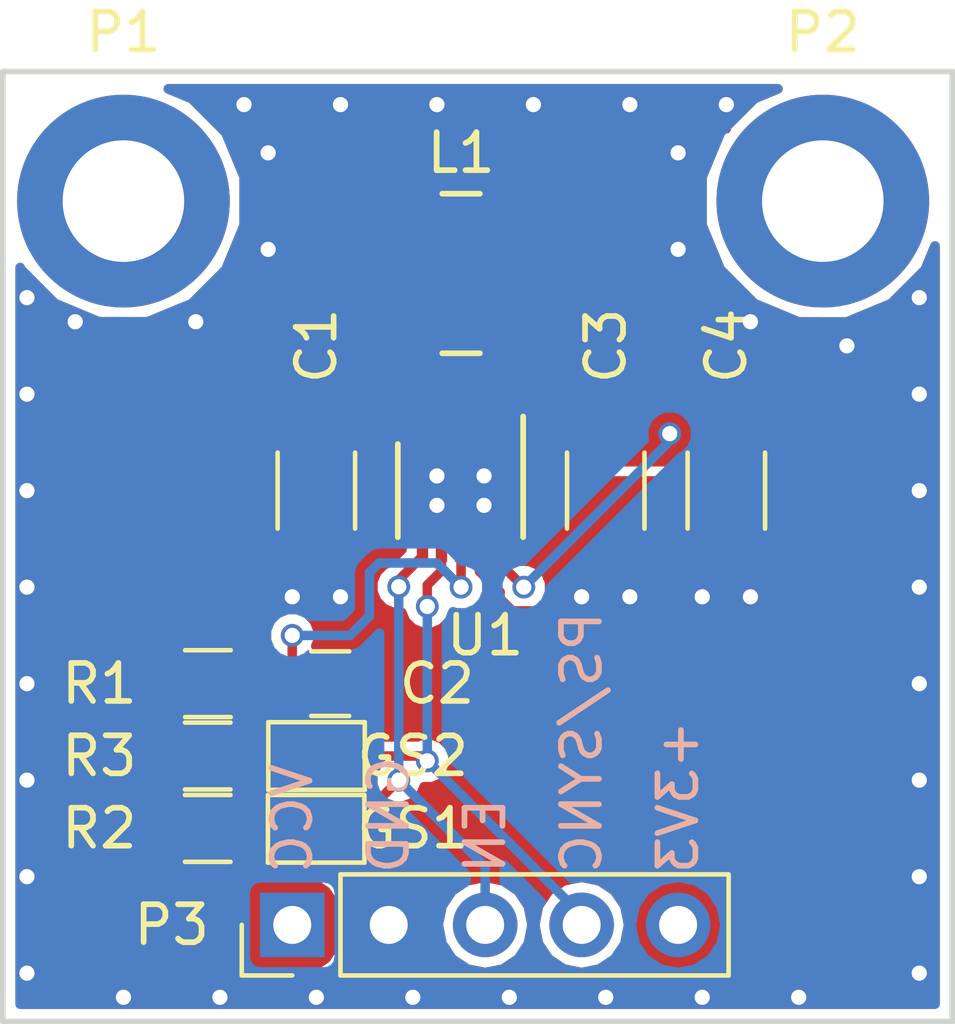
<source format=kicad_pcb>
(kicad_pcb (version 4) (host pcbnew 4.0.5)

  (general
    (links 29)
    (no_connects 12)
    (area 89.924999 104.924999 115.075001 130.075001)
    (thickness 1.6)
    (drawings 9)
    (tracks 188)
    (zones 0)
    (modules 14)
    (nets 13)
  )

  (page A4)
  (layers
    (0 F.Cu signal)
    (31 B.Cu signal)
    (32 B.Adhes user)
    (33 F.Adhes user)
    (34 B.Paste user)
    (35 F.Paste user)
    (36 B.SilkS user)
    (37 F.SilkS user)
    (38 B.Mask user)
    (39 F.Mask user)
    (40 Dwgs.User user)
    (41 Cmts.User user)
    (42 Eco1.User user)
    (43 Eco2.User user)
    (44 Edge.Cuts user)
    (45 Margin user)
    (46 B.CrtYd user)
    (47 F.CrtYd user)
    (48 B.Fab user)
    (49 F.Fab user hide)
  )

  (setup
    (last_trace_width 0.25)
    (trace_clearance 0.2)
    (zone_clearance 0.254)
    (zone_45_only no)
    (trace_min 0.2)
    (segment_width 0.2)
    (edge_width 0.15)
    (via_size 0.6)
    (via_drill 0.4)
    (via_min_size 0.4)
    (via_min_drill 0.3)
    (uvia_size 0.3)
    (uvia_drill 0.1)
    (uvias_allowed no)
    (uvia_min_size 0.2)
    (uvia_min_drill 0.1)
    (pcb_text_width 0.3)
    (pcb_text_size 1.5 1.5)
    (mod_edge_width 0.15)
    (mod_text_size 1 1)
    (mod_text_width 0.15)
    (pad_size 1.524 1.524)
    (pad_drill 0.762)
    (pad_to_mask_clearance 0.2)
    (aux_axis_origin 90 130)
    (grid_origin 90 130)
    (visible_elements FFFFFF7F)
    (pcbplotparams
      (layerselection 0x00030_80000001)
      (usegerberextensions false)
      (excludeedgelayer true)
      (linewidth 0.100000)
      (plotframeref false)
      (viasonmask false)
      (mode 1)
      (useauxorigin false)
      (hpglpennumber 1)
      (hpglpenspeed 20)
      (hpglpendiameter 15)
      (hpglpenoverlay 2)
      (psnegative false)
      (psa4output false)
      (plotreference true)
      (plotvalue true)
      (plotinvisibletext false)
      (padsonsilk false)
      (subtractmaskfromsilk false)
      (outputformat 1)
      (mirror false)
      (drillshape 1)
      (scaleselection 1)
      (outputdirectory ""))
  )

  (net 0 "")
  (net 1 VCC)
  (net 2 GND)
  (net 3 "Net-(C2-Pad1)")
  (net 4 +3V3)
  (net 5 "Net-(L1-Pad1)")
  (net 6 "Net-(L1-Pad2)")
  (net 7 "Net-(P1-Pad1)")
  (net 8 "Net-(P2-Pad1)")
  (net 9 /EN)
  (net 10 /PS/SYNC)
  (net 11 "Net-(GS1-Pad1)")
  (net 12 "Net-(GS2-Pad1)")

  (net_class Default "This is the default net class."
    (clearance 0.2)
    (trace_width 0.25)
    (via_dia 0.6)
    (via_drill 0.4)
    (uvia_dia 0.3)
    (uvia_drill 0.1)
    (add_net +3V3)
    (add_net /EN)
    (add_net /PS/SYNC)
    (add_net GND)
    (add_net "Net-(C2-Pad1)")
    (add_net "Net-(GS1-Pad1)")
    (add_net "Net-(GS2-Pad1)")
    (add_net "Net-(L1-Pad1)")
    (add_net "Net-(L1-Pad2)")
    (add_net "Net-(P1-Pad1)")
    (add_net "Net-(P2-Pad1)")
    (add_net VCC)
  )

  (module Capacitors_SMD:C_1206 (layer F.Cu) (tedit 58AA84B8) (tstamp 58D9AA24)
    (at 98.255 116.03 270)
    (descr "Capacitor SMD 1206, reflow soldering, AVX (see smccp.pdf)")
    (tags "capacitor 1206")
    (path /58D9833A)
    (attr smd)
    (fp_text reference C1 (at -3.81 0 270) (layer F.SilkS)
      (effects (font (size 1 1) (thickness 0.15)))
    )
    (fp_text value 10µF (at 0 2 270) (layer F.Fab)
      (effects (font (size 1 1) (thickness 0.15)))
    )
    (fp_text user %R (at 0 -1.75 270) (layer F.Fab)
      (effects (font (size 1 1) (thickness 0.15)))
    )
    (fp_line (start -1.6 0.8) (end -1.6 -0.8) (layer F.Fab) (width 0.1))
    (fp_line (start 1.6 0.8) (end -1.6 0.8) (layer F.Fab) (width 0.1))
    (fp_line (start 1.6 -0.8) (end 1.6 0.8) (layer F.Fab) (width 0.1))
    (fp_line (start -1.6 -0.8) (end 1.6 -0.8) (layer F.Fab) (width 0.1))
    (fp_line (start 1 -1.02) (end -1 -1.02) (layer F.SilkS) (width 0.12))
    (fp_line (start -1 1.02) (end 1 1.02) (layer F.SilkS) (width 0.12))
    (fp_line (start -2.25 -1.05) (end 2.25 -1.05) (layer F.CrtYd) (width 0.05))
    (fp_line (start -2.25 -1.05) (end -2.25 1.05) (layer F.CrtYd) (width 0.05))
    (fp_line (start 2.25 1.05) (end 2.25 -1.05) (layer F.CrtYd) (width 0.05))
    (fp_line (start 2.25 1.05) (end -2.25 1.05) (layer F.CrtYd) (width 0.05))
    (pad 1 smd rect (at -1.5 0 270) (size 1 1.6) (layers F.Cu F.Paste F.Mask)
      (net 1 VCC))
    (pad 2 smd rect (at 1.5 0 270) (size 1 1.6) (layers F.Cu F.Paste F.Mask)
      (net 2 GND))
    (model Capacitors_SMD.3dshapes/C_1206.wrl
      (at (xyz 0 0 0))
      (scale (xyz 1 1 1))
      (rotate (xyz 0 0 0))
    )
  )

  (module Capacitors_SMD:C_0805 (layer F.Cu) (tedit 58AA8463) (tstamp 58D9AA35)
    (at 98.62 121.11)
    (descr "Capacitor SMD 0805, reflow soldering, AVX (see smccp.pdf)")
    (tags "capacitor 0805")
    (path /58D9846E)
    (attr smd)
    (fp_text reference C2 (at 2.81 0) (layer F.SilkS)
      (effects (font (size 1 1) (thickness 0.15)))
    )
    (fp_text value 100nF (at 0 0) (layer F.Fab)
      (effects (font (size 1 1) (thickness 0.15)))
    )
    (fp_text user %R (at 0 -1.5) (layer F.Fab)
      (effects (font (size 1 1) (thickness 0.15)))
    )
    (fp_line (start -1 0.62) (end -1 -0.62) (layer F.Fab) (width 0.1))
    (fp_line (start 1 0.62) (end -1 0.62) (layer F.Fab) (width 0.1))
    (fp_line (start 1 -0.62) (end 1 0.62) (layer F.Fab) (width 0.1))
    (fp_line (start -1 -0.62) (end 1 -0.62) (layer F.Fab) (width 0.1))
    (fp_line (start 0.5 -0.85) (end -0.5 -0.85) (layer F.SilkS) (width 0.12))
    (fp_line (start -0.5 0.85) (end 0.5 0.85) (layer F.SilkS) (width 0.12))
    (fp_line (start -1.75 -0.88) (end 1.75 -0.88) (layer F.CrtYd) (width 0.05))
    (fp_line (start -1.75 -0.88) (end -1.75 0.87) (layer F.CrtYd) (width 0.05))
    (fp_line (start 1.75 0.87) (end 1.75 -0.88) (layer F.CrtYd) (width 0.05))
    (fp_line (start 1.75 0.87) (end -1.75 0.87) (layer F.CrtYd) (width 0.05))
    (pad 1 smd rect (at -1 0) (size 1 1.25) (layers F.Cu F.Paste F.Mask)
      (net 3 "Net-(C2-Pad1)"))
    (pad 2 smd rect (at 1 0) (size 1 1.25) (layers F.Cu F.Paste F.Mask)
      (net 2 GND))
    (model Capacitors_SMD.3dshapes/C_0805.wrl
      (at (xyz 0 0 0))
      (scale (xyz 1 1 1))
      (rotate (xyz 0 0 0))
    )
  )

  (module Capacitors_SMD:C_1206 (layer F.Cu) (tedit 58AA84B8) (tstamp 58D9AA46)
    (at 105.875 116.03 270)
    (descr "Capacitor SMD 1206, reflow soldering, AVX (see smccp.pdf)")
    (tags "capacitor 1206")
    (path /58D98371)
    (attr smd)
    (fp_text reference C3 (at -3.81 0 270) (layer F.SilkS)
      (effects (font (size 1 1) (thickness 0.15)))
    )
    (fp_text value 10µF (at 0 2 270) (layer F.Fab)
      (effects (font (size 1 1) (thickness 0.15)))
    )
    (fp_text user %R (at 0 -1.75 270) (layer F.Fab)
      (effects (font (size 1 1) (thickness 0.15)))
    )
    (fp_line (start -1.6 0.8) (end -1.6 -0.8) (layer F.Fab) (width 0.1))
    (fp_line (start 1.6 0.8) (end -1.6 0.8) (layer F.Fab) (width 0.1))
    (fp_line (start 1.6 -0.8) (end 1.6 0.8) (layer F.Fab) (width 0.1))
    (fp_line (start -1.6 -0.8) (end 1.6 -0.8) (layer F.Fab) (width 0.1))
    (fp_line (start 1 -1.02) (end -1 -1.02) (layer F.SilkS) (width 0.12))
    (fp_line (start -1 1.02) (end 1 1.02) (layer F.SilkS) (width 0.12))
    (fp_line (start -2.25 -1.05) (end 2.25 -1.05) (layer F.CrtYd) (width 0.05))
    (fp_line (start -2.25 -1.05) (end -2.25 1.05) (layer F.CrtYd) (width 0.05))
    (fp_line (start 2.25 1.05) (end 2.25 -1.05) (layer F.CrtYd) (width 0.05))
    (fp_line (start 2.25 1.05) (end -2.25 1.05) (layer F.CrtYd) (width 0.05))
    (pad 1 smd rect (at -1.5 0 270) (size 1 1.6) (layers F.Cu F.Paste F.Mask)
      (net 4 +3V3))
    (pad 2 smd rect (at 1.5 0 270) (size 1 1.6) (layers F.Cu F.Paste F.Mask)
      (net 2 GND))
    (model Capacitors_SMD.3dshapes/C_1206.wrl
      (at (xyz 0 0 0))
      (scale (xyz 1 1 1))
      (rotate (xyz 0 0 0))
    )
  )

  (module Capacitors_SMD:C_1206 (layer F.Cu) (tedit 58AA84B8) (tstamp 58D9AA57)
    (at 109.05 116.03 270)
    (descr "Capacitor SMD 1206, reflow soldering, AVX (see smccp.pdf)")
    (tags "capacitor 1206")
    (path /58D9839C)
    (attr smd)
    (fp_text reference C4 (at -3.81 0 270) (layer F.SilkS)
      (effects (font (size 1 1) (thickness 0.15)))
    )
    (fp_text value 10µF (at 0 2 270) (layer F.Fab)
      (effects (font (size 1 1) (thickness 0.15)))
    )
    (fp_text user %R (at 0 -1.75 270) (layer F.Fab)
      (effects (font (size 1 1) (thickness 0.15)))
    )
    (fp_line (start -1.6 0.8) (end -1.6 -0.8) (layer F.Fab) (width 0.1))
    (fp_line (start 1.6 0.8) (end -1.6 0.8) (layer F.Fab) (width 0.1))
    (fp_line (start 1.6 -0.8) (end 1.6 0.8) (layer F.Fab) (width 0.1))
    (fp_line (start -1.6 -0.8) (end 1.6 -0.8) (layer F.Fab) (width 0.1))
    (fp_line (start 1 -1.02) (end -1 -1.02) (layer F.SilkS) (width 0.12))
    (fp_line (start -1 1.02) (end 1 1.02) (layer F.SilkS) (width 0.12))
    (fp_line (start -2.25 -1.05) (end 2.25 -1.05) (layer F.CrtYd) (width 0.05))
    (fp_line (start -2.25 -1.05) (end -2.25 1.05) (layer F.CrtYd) (width 0.05))
    (fp_line (start 2.25 1.05) (end 2.25 -1.05) (layer F.CrtYd) (width 0.05))
    (fp_line (start 2.25 1.05) (end -2.25 1.05) (layer F.CrtYd) (width 0.05))
    (pad 1 smd rect (at -1.5 0 270) (size 1 1.6) (layers F.Cu F.Paste F.Mask)
      (net 4 +3V3))
    (pad 2 smd rect (at 1.5 0 270) (size 1 1.6) (layers F.Cu F.Paste F.Mask)
      (net 2 GND))
    (model Capacitors_SMD.3dshapes/C_1206.wrl
      (at (xyz 0 0 0))
      (scale (xyz 1 1 1))
      (rotate (xyz 0 0 0))
    )
  )

  (module Inductors:Inductor_Wurth_MAPI-4020 (layer F.Cu) (tedit 5745ADE5) (tstamp 58D9AA67)
    (at 102.065 110.315 180)
    (descr "Inductor, Wurth Elektronik, Wurth_MAPI-4020, 4.0mmx4.0mm")
    (tags "inductor wurth smd")
    (path /58D982C0)
    (attr smd)
    (fp_text reference L1 (at 0 3.175 180) (layer F.SilkS)
      (effects (font (size 1 1) (thickness 0.15)))
    )
    (fp_text value L_Core_Ferrite (at 0 3.35 180) (layer F.Fab)
      (effects (font (size 1 1) (thickness 0.15)))
    )
    (fp_line (start -2 -2) (end -2 2) (layer F.Fab) (width 0.15))
    (fp_line (start -2 2) (end 2 2) (layer F.Fab) (width 0.15))
    (fp_line (start 2 2) (end 2 -2) (layer F.Fab) (width 0.15))
    (fp_line (start 2 -2) (end -2 -2) (layer F.Fab) (width 0.15))
    (fp_line (start -2 -2.2) (end -2 2.2) (layer F.CrtYd) (width 0.05))
    (fp_line (start -2 2.2) (end 2 2.2) (layer F.CrtYd) (width 0.05))
    (fp_line (start 2 2.2) (end 2 -2.2) (layer F.CrtYd) (width 0.05))
    (fp_line (start 2 -2.2) (end -2 -2.2) (layer F.CrtYd) (width 0.05))
    (fp_line (start -0.495 -2.1) (end 0.495 -2.1) (layer F.SilkS) (width 0.15))
    (fp_line (start -0.495 2.1) (end 0.495 2.1) (layer F.SilkS) (width 0.15))
    (pad 1 smd rect (at -1.185 0 180) (size 0.98 3.7) (layers F.Cu F.Paste F.Mask)
      (net 5 "Net-(L1-Pad1)"))
    (pad 2 smd rect (at 1.185 0 180) (size 0.98 3.7) (layers F.Cu F.Paste F.Mask)
      (net 6 "Net-(L1-Pad2)"))
    (model Inductors.3dshapes/Inductor_Wurth_MAPI-4020.wrl
      (at (xyz 0 0 0))
      (scale (xyz 1 1 1))
      (rotate (xyz 0 0 0))
    )
  )

  (module Mounting_Holes:MountingHole_3.2mm_M3_DIN965_Pad (layer F.Cu) (tedit 56D1B4CB) (tstamp 58D9AA6E)
    (at 93.175 108.41)
    (descr "Mounting Hole 3.2mm, M3, DIN965")
    (tags "mounting hole 3.2mm m3 din965")
    (path /58D9A7F7)
    (fp_text reference P1 (at 0 -4.445) (layer F.SilkS)
      (effects (font (size 1 1) (thickness 0.15)))
    )
    (fp_text value CONN_01X01 (at 0 3.81) (layer F.Fab)
      (effects (font (size 1 1) (thickness 0.15)))
    )
    (fp_circle (center 0 0) (end 2.8 0) (layer Cmts.User) (width 0.15))
    (fp_circle (center 0 0) (end 3.05 0) (layer F.CrtYd) (width 0.05))
    (pad 1 thru_hole circle (at 0 0) (size 5.6 5.6) (drill 3.2) (layers *.Cu *.Mask)
      (net 7 "Net-(P1-Pad1)"))
  )

  (module Mounting_Holes:MountingHole_3.2mm_M3_DIN965_Pad (layer F.Cu) (tedit 56D1B4CB) (tstamp 58D9AA75)
    (at 111.59 108.41)
    (descr "Mounting Hole 3.2mm, M3, DIN965")
    (tags "mounting hole 3.2mm m3 din965")
    (path /58D9A846)
    (fp_text reference P2 (at 0 -4.445) (layer F.SilkS)
      (effects (font (size 1 1) (thickness 0.15)))
    )
    (fp_text value CONN_01X01 (at 0 3.8) (layer F.Fab)
      (effects (font (size 1 1) (thickness 0.15)))
    )
    (fp_circle (center 0 0) (end 2.8 0) (layer Cmts.User) (width 0.15))
    (fp_circle (center 0 0) (end 3.05 0) (layer F.CrtYd) (width 0.05))
    (pad 1 thru_hole circle (at 0 0) (size 5.6 5.6) (drill 3.2) (layers *.Cu *.Mask)
      (net 8 "Net-(P2-Pad1)"))
  )

  (module Pin_Headers:Pin_Header_Straight_1x05_Pitch2.54mm (layer F.Cu) (tedit 58CD4EC1) (tstamp 58D9AA8D)
    (at 97.62 127.46 90)
    (descr "Through hole straight pin header, 1x05, 2.54mm pitch, single row")
    (tags "Through hole pin header THT 1x05 2.54mm single row")
    (path /58D9A44F)
    (fp_text reference P3 (at 0 -3.175 180) (layer F.SilkS)
      (effects (font (size 1 1) (thickness 0.15)))
    )
    (fp_text value CONN_01X05 (at 0 12.49 90) (layer F.Fab)
      (effects (font (size 1 1) (thickness 0.15)))
    )
    (fp_line (start -1.27 -1.27) (end -1.27 11.43) (layer F.Fab) (width 0.1))
    (fp_line (start -1.27 11.43) (end 1.27 11.43) (layer F.Fab) (width 0.1))
    (fp_line (start 1.27 11.43) (end 1.27 -1.27) (layer F.Fab) (width 0.1))
    (fp_line (start 1.27 -1.27) (end -1.27 -1.27) (layer F.Fab) (width 0.1))
    (fp_line (start -1.33 1.27) (end -1.33 11.49) (layer F.SilkS) (width 0.12))
    (fp_line (start -1.33 11.49) (end 1.33 11.49) (layer F.SilkS) (width 0.12))
    (fp_line (start 1.33 11.49) (end 1.33 1.27) (layer F.SilkS) (width 0.12))
    (fp_line (start 1.33 1.27) (end -1.33 1.27) (layer F.SilkS) (width 0.12))
    (fp_line (start -1.33 0) (end -1.33 -1.33) (layer F.SilkS) (width 0.12))
    (fp_line (start -1.33 -1.33) (end 0 -1.33) (layer F.SilkS) (width 0.12))
    (fp_line (start -1.8 -1.8) (end -1.8 11.95) (layer F.CrtYd) (width 0.05))
    (fp_line (start -1.8 11.95) (end 1.8 11.95) (layer F.CrtYd) (width 0.05))
    (fp_line (start 1.8 11.95) (end 1.8 -1.8) (layer F.CrtYd) (width 0.05))
    (fp_line (start 1.8 -1.8) (end -1.8 -1.8) (layer F.CrtYd) (width 0.05))
    (fp_text user %R (at 0 -2.33 90) (layer F.Fab)
      (effects (font (size 1 1) (thickness 0.15)))
    )
    (pad 1 thru_hole rect (at 0 0 90) (size 1.7 1.7) (drill 1) (layers *.Cu *.Mask)
      (net 1 VCC))
    (pad 2 thru_hole oval (at 0 2.54 90) (size 1.7 1.7) (drill 1) (layers *.Cu *.Mask)
      (net 2 GND))
    (pad 3 thru_hole oval (at 0 5.08 90) (size 1.7 1.7) (drill 1) (layers *.Cu *.Mask)
      (net 9 /EN))
    (pad 4 thru_hole oval (at 0 7.62 90) (size 1.7 1.7) (drill 1) (layers *.Cu *.Mask)
      (net 10 /PS/SYNC))
    (pad 5 thru_hole oval (at 0 10.16 90) (size 1.7 1.7) (drill 1) (layers *.Cu *.Mask)
      (net 4 +3V3))
    (model ${KISYS3DMOD}/Pin_Headers.3dshapes/Pin_Header_Straight_1x05_Pitch2.54mm.wrl
      (at (xyz 0 -0.2 0))
      (scale (xyz 1 1 1))
      (rotate (xyz 0 0 90))
    )
  )

  (module Resistors_SMD:R_0805 (layer F.Cu) (tedit 58AADA8F) (tstamp 58D9AA9E)
    (at 95.4 121.11)
    (descr "Resistor SMD 0805, reflow soldering, Vishay (see dcrcw.pdf)")
    (tags "resistor 0805")
    (path /58D984A1)
    (attr smd)
    (fp_text reference R1 (at -2.86 0) (layer F.SilkS)
      (effects (font (size 1 1) (thickness 0.15)))
    )
    (fp_text value 100R (at 0 1.75) (layer F.Fab)
      (effects (font (size 1 1) (thickness 0.15)))
    )
    (fp_text user %R (at 0 -1.65) (layer F.Fab)
      (effects (font (size 1 1) (thickness 0.15)))
    )
    (fp_line (start -1 0.62) (end -1 -0.62) (layer F.Fab) (width 0.1))
    (fp_line (start 1 0.62) (end -1 0.62) (layer F.Fab) (width 0.1))
    (fp_line (start 1 -0.62) (end 1 0.62) (layer F.Fab) (width 0.1))
    (fp_line (start -1 -0.62) (end 1 -0.62) (layer F.Fab) (width 0.1))
    (fp_line (start 0.6 0.88) (end -0.6 0.88) (layer F.SilkS) (width 0.12))
    (fp_line (start -0.6 -0.88) (end 0.6 -0.88) (layer F.SilkS) (width 0.12))
    (fp_line (start -1.55 -0.9) (end 1.55 -0.9) (layer F.CrtYd) (width 0.05))
    (fp_line (start -1.55 -0.9) (end -1.55 0.9) (layer F.CrtYd) (width 0.05))
    (fp_line (start 1.55 0.9) (end 1.55 -0.9) (layer F.CrtYd) (width 0.05))
    (fp_line (start 1.55 0.9) (end -1.55 0.9) (layer F.CrtYd) (width 0.05))
    (pad 1 smd rect (at -0.95 0) (size 0.7 1.3) (layers F.Cu F.Paste F.Mask)
      (net 1 VCC))
    (pad 2 smd rect (at 0.95 0) (size 0.7 1.3) (layers F.Cu F.Paste F.Mask)
      (net 3 "Net-(C2-Pad1)"))
    (model Resistors_SMD.3dshapes/R_0805.wrl
      (at (xyz 0 0 0))
      (scale (xyz 1 1 1))
      (rotate (xyz 0 0 0))
    )
  )

  (module Housings_DFN_QFN:DFN-10-1EP_3x3mm_Pitch0.5mm (layer F.Cu) (tedit 54130A77) (tstamp 58D9AABB)
    (at 102.05 116.03 270)
    (descr "10-Lead Plastic Dual Flat, No Lead Package (MF) - 3x3x0.9 mm Body [DFN] (see Microchip Packaging Specification 00000049BS.pdf)")
    (tags "DFN 0.5")
    (path /58D9827C)
    (attr smd)
    (fp_text reference U1 (at 3.81 -0.65 360) (layer F.SilkS)
      (effects (font (size 1 1) (thickness 0.15)))
    )
    (fp_text value TPS63001 (at 0 2.575 270) (layer F.Fab)
      (effects (font (size 1 1) (thickness 0.15)))
    )
    (fp_line (start -0.5 -1.5) (end 1.5 -1.5) (layer F.Fab) (width 0.15))
    (fp_line (start 1.5 -1.5) (end 1.5 1.5) (layer F.Fab) (width 0.15))
    (fp_line (start 1.5 1.5) (end -1.5 1.5) (layer F.Fab) (width 0.15))
    (fp_line (start -1.5 1.5) (end -1.5 -0.5) (layer F.Fab) (width 0.15))
    (fp_line (start -1.5 -0.5) (end -0.5 -1.5) (layer F.Fab) (width 0.15))
    (fp_line (start -2.15 -1.85) (end -2.15 1.85) (layer F.CrtYd) (width 0.05))
    (fp_line (start 2.15 -1.85) (end 2.15 1.85) (layer F.CrtYd) (width 0.05))
    (fp_line (start -2.15 -1.85) (end 2.15 -1.85) (layer F.CrtYd) (width 0.05))
    (fp_line (start -2.15 1.85) (end 2.15 1.85) (layer F.CrtYd) (width 0.05))
    (fp_line (start -1.225 1.65) (end 1.225 1.65) (layer F.SilkS) (width 0.15))
    (fp_line (start -1.95 -1.65) (end 1.225 -1.65) (layer F.SilkS) (width 0.15))
    (pad 1 smd rect (at -1.55 -1 270) (size 0.65 0.3) (layers F.Cu F.Paste F.Mask)
      (net 4 +3V3))
    (pad 2 smd rect (at -1.55 -0.5 270) (size 0.65 0.3) (layers F.Cu F.Paste F.Mask)
      (net 5 "Net-(L1-Pad1)"))
    (pad 3 smd rect (at -1.55 0 270) (size 0.65 0.3) (layers F.Cu F.Paste F.Mask)
      (net 2 GND))
    (pad 4 smd rect (at -1.55 0.5 270) (size 0.65 0.3) (layers F.Cu F.Paste F.Mask)
      (net 6 "Net-(L1-Pad2)"))
    (pad 5 smd rect (at -1.55 1 270) (size 0.65 0.3) (layers F.Cu F.Paste F.Mask)
      (net 1 VCC))
    (pad 6 smd rect (at 1.55 1 270) (size 0.65 0.3) (layers F.Cu F.Paste F.Mask)
      (net 9 /EN))
    (pad 7 smd rect (at 1.55 0.5 270) (size 0.65 0.3) (layers F.Cu F.Paste F.Mask)
      (net 10 /PS/SYNC))
    (pad 8 smd rect (at 1.55 0 270) (size 0.65 0.3) (layers F.Cu F.Paste F.Mask)
      (net 3 "Net-(C2-Pad1)"))
    (pad 9 smd rect (at 1.55 -0.5 270) (size 0.65 0.3) (layers F.Cu F.Paste F.Mask)
      (net 2 GND))
    (pad 10 smd rect (at 1.55 -1 270) (size 0.65 0.3) (layers F.Cu F.Paste F.Mask)
      (net 4 +3V3))
    (pad 11 smd rect (at 0.3875 0.62 270) (size 0.775 1.24) (layers F.Cu F.Paste F.Mask)
      (net 2 GND) (solder_paste_margin_ratio -0.2))
    (pad 11 smd rect (at 0.3875 -0.62 270) (size 0.775 1.24) (layers F.Cu F.Paste F.Mask)
      (net 2 GND) (solder_paste_margin_ratio -0.2))
    (pad 11 smd rect (at -0.3875 0.62 270) (size 0.775 1.24) (layers F.Cu F.Paste F.Mask)
      (net 2 GND) (solder_paste_margin_ratio -0.2))
    (pad 11 smd rect (at -0.3875 -0.62 270) (size 0.775 1.24) (layers F.Cu F.Paste F.Mask)
      (net 2 GND) (solder_paste_margin_ratio -0.2))
    (model Housings_DFN_QFN.3dshapes/DFN-10-1EP_3x3mm_Pitch0.5mm.wrl
      (at (xyz 0 0 0))
      (scale (xyz 1 1 1))
      (rotate (xyz 0 0 0))
    )
  )

  (module GS2 (layer F.Cu) (tedit 586134A1) (tstamp 58DA4405)
    (at 98.25 124.93 90)
    (descr "2-pin solder bridge")
    (tags "solder bridge")
    (path /58DA4191)
    (attr smd)
    (fp_text reference GS1 (at 0.01 2.545 180) (layer F.SilkS)
      (effects (font (size 1 1) (thickness 0.15)))
    )
    (fp_text value GS2 (at -1.8 0 180) (layer F.Fab)
      (effects (font (size 1 1) (thickness 0.15)))
    )
    (fp_line (start 1.1 -1.45) (end 1.1 1.5) (layer F.CrtYd) (width 0.05))
    (fp_line (start 1.1 1.5) (end -1.1 1.5) (layer F.CrtYd) (width 0.05))
    (fp_line (start -1.1 1.5) (end -1.1 -1.45) (layer F.CrtYd) (width 0.05))
    (fp_line (start -1.1 -1.45) (end 1.1 -1.45) (layer F.CrtYd) (width 0.05))
    (fp_line (start -0.89 -1.27) (end -0.89 1.27) (layer F.SilkS) (width 0.12))
    (fp_line (start 0.89 1.27) (end 0.89 -1.27) (layer F.SilkS) (width 0.12))
    (fp_line (start 0.89 1.27) (end -0.89 1.27) (layer F.SilkS) (width 0.12))
    (fp_line (start -0.89 -1.27) (end 0.89 -1.27) (layer F.SilkS) (width 0.12))
    (pad 1 smd rect (at 0 -0.64 90) (size 1.27 0.97) (layers F.Cu F.Paste F.Mask)
      (net 11 "Net-(GS1-Pad1)"))
    (pad 2 smd rect (at 0 0.64 90) (size 1.27 0.97) (layers F.Cu F.Paste F.Mask)
      (net 9 /EN))
  )

  (module GS2 (layer F.Cu) (tedit 586134A1) (tstamp 58DA4413)
    (at 98.26 123.015 90)
    (descr "2-pin solder bridge")
    (tags "solder bridge")
    (path /58DA43FB)
    (attr smd)
    (fp_text reference GS2 (at 0 2.535 180) (layer F.SilkS)
      (effects (font (size 1 1) (thickness 0.15)))
    )
    (fp_text value GS2 (at -1.8 0 180) (layer F.Fab)
      (effects (font (size 1 1) (thickness 0.15)))
    )
    (fp_line (start 1.1 -1.45) (end 1.1 1.5) (layer F.CrtYd) (width 0.05))
    (fp_line (start 1.1 1.5) (end -1.1 1.5) (layer F.CrtYd) (width 0.05))
    (fp_line (start -1.1 1.5) (end -1.1 -1.45) (layer F.CrtYd) (width 0.05))
    (fp_line (start -1.1 -1.45) (end 1.1 -1.45) (layer F.CrtYd) (width 0.05))
    (fp_line (start -0.89 -1.27) (end -0.89 1.27) (layer F.SilkS) (width 0.12))
    (fp_line (start 0.89 1.27) (end 0.89 -1.27) (layer F.SilkS) (width 0.12))
    (fp_line (start 0.89 1.27) (end -0.89 1.27) (layer F.SilkS) (width 0.12))
    (fp_line (start -0.89 -1.27) (end 0.89 -1.27) (layer F.SilkS) (width 0.12))
    (pad 1 smd rect (at 0 -0.64 90) (size 1.27 0.97) (layers F.Cu F.Paste F.Mask)
      (net 12 "Net-(GS2-Pad1)"))
    (pad 2 smd rect (at 0 0.64 90) (size 1.27 0.97) (layers F.Cu F.Paste F.Mask)
      (net 10 /PS/SYNC))
  )

  (module Resistors_SMD:R_0805 (layer F.Cu) (tedit 58AADA8F) (tstamp 58DA4424)
    (at 95.395 124.92)
    (descr "Resistor SMD 0805, reflow soldering, Vishay (see dcrcw.pdf)")
    (tags "resistor 0805")
    (path /58DA41F9)
    (attr smd)
    (fp_text reference R2 (at -2.855 0) (layer F.SilkS)
      (effects (font (size 1 1) (thickness 0.15)))
    )
    (fp_text value 4K7 (at 0 1.75) (layer F.Fab)
      (effects (font (size 1 1) (thickness 0.15)))
    )
    (fp_text user %R (at 0 -1.65) (layer F.Fab)
      (effects (font (size 1 1) (thickness 0.15)))
    )
    (fp_line (start -1 0.62) (end -1 -0.62) (layer F.Fab) (width 0.1))
    (fp_line (start 1 0.62) (end -1 0.62) (layer F.Fab) (width 0.1))
    (fp_line (start 1 -0.62) (end 1 0.62) (layer F.Fab) (width 0.1))
    (fp_line (start -1 -0.62) (end 1 -0.62) (layer F.Fab) (width 0.1))
    (fp_line (start 0.6 0.88) (end -0.6 0.88) (layer F.SilkS) (width 0.12))
    (fp_line (start -0.6 -0.88) (end 0.6 -0.88) (layer F.SilkS) (width 0.12))
    (fp_line (start -1.55 -0.9) (end 1.55 -0.9) (layer F.CrtYd) (width 0.05))
    (fp_line (start -1.55 -0.9) (end -1.55 0.9) (layer F.CrtYd) (width 0.05))
    (fp_line (start 1.55 0.9) (end 1.55 -0.9) (layer F.CrtYd) (width 0.05))
    (fp_line (start 1.55 0.9) (end -1.55 0.9) (layer F.CrtYd) (width 0.05))
    (pad 1 smd rect (at -0.95 0) (size 0.7 1.3) (layers F.Cu F.Paste F.Mask)
      (net 1 VCC))
    (pad 2 smd rect (at 0.95 0) (size 0.7 1.3) (layers F.Cu F.Paste F.Mask)
      (net 11 "Net-(GS1-Pad1)"))
    (model Resistors_SMD.3dshapes/R_0805.wrl
      (at (xyz 0 0 0))
      (scale (xyz 1 1 1))
      (rotate (xyz 0 0 0))
    )
  )

  (module Resistors_SMD:R_0805 (layer F.Cu) (tedit 58AADA8F) (tstamp 58DA4435)
    (at 95.395 123.015)
    (descr "Resistor SMD 0805, reflow soldering, Vishay (see dcrcw.pdf)")
    (tags "resistor 0805")
    (path /58DA4394)
    (attr smd)
    (fp_text reference R3 (at -2.855 0) (layer F.SilkS)
      (effects (font (size 1 1) (thickness 0.15)))
    )
    (fp_text value 4K7 (at 0 1.75) (layer F.Fab)
      (effects (font (size 1 1) (thickness 0.15)))
    )
    (fp_text user %R (at 0 -1.905) (layer F.Fab)
      (effects (font (size 1 1) (thickness 0.15)))
    )
    (fp_line (start -1 0.62) (end -1 -0.62) (layer F.Fab) (width 0.1))
    (fp_line (start 1 0.62) (end -1 0.62) (layer F.Fab) (width 0.1))
    (fp_line (start 1 -0.62) (end 1 0.62) (layer F.Fab) (width 0.1))
    (fp_line (start -1 -0.62) (end 1 -0.62) (layer F.Fab) (width 0.1))
    (fp_line (start 0.6 0.88) (end -0.6 0.88) (layer F.SilkS) (width 0.12))
    (fp_line (start -0.6 -0.88) (end 0.6 -0.88) (layer F.SilkS) (width 0.12))
    (fp_line (start -1.55 -0.9) (end 1.55 -0.9) (layer F.CrtYd) (width 0.05))
    (fp_line (start -1.55 -0.9) (end -1.55 0.9) (layer F.CrtYd) (width 0.05))
    (fp_line (start 1.55 0.9) (end 1.55 -0.9) (layer F.CrtYd) (width 0.05))
    (fp_line (start 1.55 0.9) (end -1.55 0.9) (layer F.CrtYd) (width 0.05))
    (pad 1 smd rect (at -0.95 0) (size 0.7 1.3) (layers F.Cu F.Paste F.Mask)
      (net 1 VCC))
    (pad 2 smd rect (at 0.95 0) (size 0.7 1.3) (layers F.Cu F.Paste F.Mask)
      (net 12 "Net-(GS2-Pad1)"))
    (model Resistors_SMD.3dshapes/R_0805.wrl
      (at (xyz 0 0 0))
      (scale (xyz 1 1 1))
      (rotate (xyz 0 0 0))
    )
  )

  (gr_text VCC (at 97.62 126.19 90) (layer B.SilkS) (tstamp 58DA504A)
    (effects (font (size 1 1) (thickness 0.15)) (justify right mirror))
  )
  (gr_text GND (at 100.16 126.19 90) (layer B.SilkS) (tstamp 58DA5048)
    (effects (font (size 1 1) (thickness 0.15)) (justify right mirror))
  )
  (gr_text EN (at 102.7 126.19 90) (layer B.SilkS) (tstamp 58DA5041)
    (effects (font (size 1 1) (thickness 0.15)) (justify right mirror))
  )
  (gr_text PS/SYNC (at 105.24 126.19 90) (layer B.SilkS)
    (effects (font (size 1 1) (thickness 0.15)) (justify right mirror))
  )
  (gr_text +3V3 (at 107.78 126.19 90) (layer B.SilkS)
    (effects (font (size 1 1) (thickness 0.15)) (justify right mirror))
  )
  (gr_line (start 115 130) (end 90 130) (layer Edge.Cuts) (width 0.15))
  (gr_line (start 115 105) (end 115 130) (layer Edge.Cuts) (width 0.15))
  (gr_line (start 90 105) (end 115 105) (layer Edge.Cuts) (width 0.15))
  (gr_line (start 90 130) (end 90 105) (layer Edge.Cuts) (width 0.15))

  (segment (start 93.175 126.825) (end 93.175 124.92) (width 0.25) (layer F.Cu) (net 1))
  (segment (start 93.175 124.92) (end 93.175 123.015) (width 0.25) (layer F.Cu) (net 1))
  (segment (start 94.445 124.92) (end 93.175 124.92) (width 0.25) (layer F.Cu) (net 1))
  (segment (start 93.175 123.015) (end 93.175 121.11) (width 0.25) (layer F.Cu) (net 1))
  (segment (start 94.445 123.015) (end 93.175 123.015) (width 0.25) (layer F.Cu) (net 1))
  (segment (start 93.175 121.11) (end 93.175 115.395) (width 0.25) (layer F.Cu) (net 1))
  (segment (start 94.45 121.11) (end 93.175 121.11) (width 0.25) (layer F.Cu) (net 1))
  (segment (start 98.255 114.53) (end 101 114.53) (width 0.25) (layer F.Cu) (net 1))
  (segment (start 101 114.53) (end 101.05 114.48) (width 0.25) (layer F.Cu) (net 1))
  (segment (start 93.175 115.395) (end 94.04 114.53) (width 0.25) (layer F.Cu) (net 1))
  (segment (start 94.04 114.53) (end 98.255 114.53) (width 0.25) (layer F.Cu) (net 1))
  (segment (start 93.81 127.46) (end 93.175 126.825) (width 0.25) (layer F.Cu) (net 1))
  (segment (start 97.62 127.46) (end 93.81 127.46) (width 0.25) (layer F.Cu) (net 1))
  (segment (start 109.05 105.87) (end 109.05 106.505) (width 0.25) (layer F.Cu) (net 2))
  (segment (start 107.78 107.14) (end 109.05 105.87) (width 0.25) (layer B.Cu) (net 2))
  (via (at 109.05 105.87) (size 0.6) (drill 0.4) (layers F.Cu B.Cu) (net 2))
  (segment (start 108.415 129.365) (end 110.955 129.365) (width 0.25) (layer B.Cu) (net 2))
  (via (at 110.955 129.365) (size 0.6) (drill 0.4) (layers F.Cu B.Cu) (net 2))
  (segment (start 105.875 129.365) (end 108.415 129.365) (width 0.25) (layer F.Cu) (net 2))
  (segment (start 108.415 129.365) (end 114.13 129.365) (width 0.25) (layer F.Cu) (net 2))
  (segment (start 105.875 129.365) (end 108.415 129.365) (width 0.25) (layer B.Cu) (net 2))
  (via (at 108.415 129.365) (size 0.6) (drill 0.4) (layers F.Cu B.Cu) (net 2))
  (segment (start 100.16 129.365) (end 105.875 129.365) (width 0.25) (layer F.Cu) (net 2))
  (segment (start 103.335 129.365) (end 105.875 129.365) (width 0.25) (layer B.Cu) (net 2))
  (via (at 105.875 129.365) (size 0.6) (drill 0.4) (layers F.Cu B.Cu) (net 2))
  (segment (start 100.795 129.365) (end 103.335 129.365) (width 0.25) (layer B.Cu) (net 2))
  (via (at 103.335 129.365) (size 0.6) (drill 0.4) (layers F.Cu B.Cu) (net 2))
  (segment (start 98.255 129.365) (end 100.795 129.365) (width 0.25) (layer B.Cu) (net 2))
  (via (at 100.795 129.365) (size 0.6) (drill 0.4) (layers F.Cu B.Cu) (net 2))
  (segment (start 95.715 129.365) (end 98.255 129.365) (width 0.25) (layer F.Cu) (net 2))
  (via (at 98.255 129.365) (size 0.6) (drill 0.4) (layers F.Cu B.Cu) (net 2))
  (segment (start 93.175 129.365) (end 95.715 129.365) (width 0.25) (layer B.Cu) (net 2))
  (via (at 95.715 129.365) (size 0.6) (drill 0.4) (layers F.Cu B.Cu) (net 2))
  (segment (start 91.27 129.365) (end 93.175 129.365) (width 0.25) (layer F.Cu) (net 2))
  (via (at 93.175 129.365) (size 0.6) (drill 0.4) (layers F.Cu B.Cu) (net 2))
  (segment (start 90.635 128.73) (end 91.27 129.365) (width 0.25) (layer F.Cu) (net 2))
  (segment (start 90.635 126.19) (end 90.635 128.73) (width 0.25) (layer B.Cu) (net 2))
  (via (at 90.635 128.73) (size 0.6) (drill 0.4) (layers F.Cu B.Cu) (net 2))
  (segment (start 90.635 123.65) (end 90.635 126.19) (width 0.25) (layer F.Cu) (net 2))
  (via (at 90.635 126.19) (size 0.6) (drill 0.4) (layers F.Cu B.Cu) (net 2))
  (segment (start 90.635 121.11) (end 90.635 123.65) (width 0.25) (layer B.Cu) (net 2))
  (via (at 90.635 123.65) (size 0.6) (drill 0.4) (layers F.Cu B.Cu) (net 2))
  (segment (start 90.635 118.57) (end 90.635 121.11) (width 0.25) (layer F.Cu) (net 2))
  (via (at 90.635 121.11) (size 0.6) (drill 0.4) (layers F.Cu B.Cu) (net 2))
  (segment (start 90.635 116.03) (end 90.635 118.57) (width 0.25) (layer B.Cu) (net 2))
  (via (at 90.635 118.57) (size 0.6) (drill 0.4) (layers F.Cu B.Cu) (net 2))
  (segment (start 90.635 113.49) (end 90.635 116.03) (width 0.25) (layer F.Cu) (net 2))
  (via (at 90.635 116.03) (size 0.6) (drill 0.4) (layers F.Cu B.Cu) (net 2))
  (segment (start 90.635 110.95) (end 90.635 113.49) (width 0.25) (layer B.Cu) (net 2))
  (via (at 90.635 113.49) (size 0.6) (drill 0.4) (layers F.Cu B.Cu) (net 2))
  (segment (start 91.905 111.585) (end 91.27 111.585) (width 0.25) (layer F.Cu) (net 2))
  (segment (start 91.27 111.585) (end 90.635 110.95) (width 0.25) (layer F.Cu) (net 2))
  (via (at 90.635 110.95) (size 0.6) (drill 0.4) (layers F.Cu B.Cu) (net 2))
  (segment (start 95.08 111.585) (end 91.905 111.585) (width 0.25) (layer B.Cu) (net 2))
  (via (at 91.905 111.585) (size 0.6) (drill 0.4) (layers F.Cu B.Cu) (net 2))
  (segment (start 96.985 109.68) (end 95.08 111.585) (width 0.25) (layer F.Cu) (net 2))
  (via (at 95.08 111.585) (size 0.6) (drill 0.4) (layers F.Cu B.Cu) (net 2))
  (segment (start 96.985 107.14) (end 96.985 109.68) (width 0.25) (layer B.Cu) (net 2))
  (via (at 96.985 109.68) (size 0.6) (drill 0.4) (layers F.Cu B.Cu) (net 2))
  (segment (start 96.35 105.87) (end 96.35 106.505) (width 0.25) (layer F.Cu) (net 2))
  (segment (start 96.35 106.505) (end 96.985 107.14) (width 0.25) (layer F.Cu) (net 2))
  (via (at 96.985 107.14) (size 0.6) (drill 0.4) (layers F.Cu B.Cu) (net 2))
  (segment (start 98.89 105.87) (end 96.35 105.87) (width 0.25) (layer B.Cu) (net 2))
  (via (at 96.35 105.87) (size 0.6) (drill 0.4) (layers F.Cu B.Cu) (net 2))
  (segment (start 101.43 105.87) (end 98.89 105.87) (width 0.25) (layer F.Cu) (net 2))
  (via (at 98.89 105.87) (size 0.6) (drill 0.4) (layers F.Cu B.Cu) (net 2))
  (segment (start 103.97 105.87) (end 101.43 105.87) (width 0.25) (layer B.Cu) (net 2))
  (via (at 101.43 105.87) (size 0.6) (drill 0.4) (layers F.Cu B.Cu) (net 2))
  (segment (start 106.51 105.87) (end 103.97 105.87) (width 0.25) (layer F.Cu) (net 2))
  (via (at 103.97 105.87) (size 0.6) (drill 0.4) (layers F.Cu B.Cu) (net 2))
  (segment (start 107.78 107.14) (end 106.51 105.87) (width 0.25) (layer B.Cu) (net 2))
  (via (at 106.51 105.87) (size 0.6) (drill 0.4) (layers F.Cu B.Cu) (net 2))
  (segment (start 107.78 109.68) (end 107.78 107.14) (width 0.25) (layer F.Cu) (net 2))
  (via (at 107.78 107.14) (size 0.6) (drill 0.4) (layers F.Cu B.Cu) (net 2))
  (segment (start 109.685 111.585) (end 107.78 109.68) (width 0.25) (layer B.Cu) (net 2))
  (via (at 107.78 109.68) (size 0.6) (drill 0.4) (layers F.Cu B.Cu) (net 2))
  (segment (start 112.225 112.22) (end 110.32 112.22) (width 0.25) (layer F.Cu) (net 2))
  (segment (start 110.32 112.22) (end 109.685 111.585) (width 0.25) (layer F.Cu) (net 2))
  (via (at 109.685 111.585) (size 0.6) (drill 0.4) (layers F.Cu B.Cu) (net 2))
  (segment (start 114.13 112.22) (end 114.13 110.95) (width 0.25) (layer B.Cu) (net 2))
  (segment (start 114.13 113.49) (end 114.13 112.22) (width 0.25) (layer B.Cu) (net 2))
  (segment (start 114.13 112.22) (end 112.225 112.22) (width 0.25) (layer B.Cu) (net 2))
  (via (at 112.225 112.22) (size 0.6) (drill 0.4) (layers F.Cu B.Cu) (net 2))
  (via (at 114.13 110.95) (size 0.6) (drill 0.4) (layers F.Cu B.Cu) (net 2))
  (segment (start 114.13 116.03) (end 114.13 113.49) (width 0.25) (layer F.Cu) (net 2))
  (via (at 114.13 113.49) (size 0.6) (drill 0.4) (layers F.Cu B.Cu) (net 2))
  (segment (start 114.13 118.57) (end 114.13 116.03) (width 0.25) (layer B.Cu) (net 2))
  (via (at 114.13 116.03) (size 0.6) (drill 0.4) (layers F.Cu B.Cu) (net 2))
  (segment (start 114.13 121.11) (end 114.13 118.57) (width 0.25) (layer F.Cu) (net 2))
  (via (at 114.13 118.57) (size 0.6) (drill 0.4) (layers F.Cu B.Cu) (net 2))
  (segment (start 114.13 123.65) (end 114.13 121.11) (width 0.25) (layer B.Cu) (net 2))
  (via (at 114.13 121.11) (size 0.6) (drill 0.4) (layers F.Cu B.Cu) (net 2))
  (segment (start 114.13 126.19) (end 114.13 123.65) (width 0.25) (layer F.Cu) (net 2))
  (via (at 114.13 123.65) (size 0.6) (drill 0.4) (layers F.Cu B.Cu) (net 2))
  (segment (start 114.13 128.73) (end 114.13 126.19) (width 0.25) (layer B.Cu) (net 2))
  (via (at 114.13 126.19) (size 0.6) (drill 0.4) (layers F.Cu B.Cu) (net 2))
  (segment (start 114.13 129.365) (end 114.13 128.73) (width 0.25) (layer F.Cu) (net 2))
  (via (at 114.13 128.73) (size 0.6) (drill 0.4) (layers F.Cu B.Cu) (net 2))
  (segment (start 100.16 127.46) (end 100.16 129.365) (width 0.25) (layer F.Cu) (net 2))
  (segment (start 105.630998 119.195002) (end 106.51 118.316) (width 0.25) (layer F.Cu) (net 2))
  (segment (start 103.090998 118.870002) (end 103.415998 119.195002) (width 0.25) (layer F.Cu) (net 2))
  (segment (start 103.090998 118.695998) (end 103.090998 118.870002) (width 0.25) (layer F.Cu) (net 2))
  (segment (start 102.55 118.155) (end 103.090998 118.695998) (width 0.25) (layer F.Cu) (net 2))
  (segment (start 103.415998 119.195002) (end 105.630998 119.195002) (width 0.25) (layer F.Cu) (net 2))
  (segment (start 102.55 117.58) (end 102.55 118.155) (width 0.25) (layer F.Cu) (net 2))
  (segment (start 109.05 118.316) (end 109.558 118.824) (width 0.25) (layer F.Cu) (net 2))
  (via (at 109.685 118.824) (size 0.6) (drill 0.4) (layers F.Cu B.Cu) (net 2))
  (segment (start 109.05 117.53) (end 109.05 118.316) (width 0.25) (layer F.Cu) (net 2))
  (segment (start 109.05 118.316) (end 108.542 118.824) (width 0.25) (layer F.Cu) (net 2))
  (via (at 108.415 118.824) (size 0.6) (drill 0.4) (layers F.Cu B.Cu) (net 2))
  (segment (start 106.51 118.316) (end 107.018 118.824) (width 0.25) (layer F.Cu) (net 2))
  (via (at 106.51 118.824) (size 0.6) (drill 0.4) (layers F.Cu B.Cu) (net 2))
  (segment (start 106.51 118.316) (end 106.002 118.824) (width 0.25) (layer F.Cu) (net 2))
  (via (at 105.24 118.824) (size 0.6) (drill 0.4) (layers F.Cu B.Cu) (net 2))
  (segment (start 98.255 118.443) (end 97.874 118.824) (width 0.25) (layer F.Cu) (net 2))
  (via (at 97.62 118.824) (size 0.6) (drill 0.4) (layers F.Cu B.Cu) (net 2))
  (segment (start 98.255 117.53) (end 98.255 118.443) (width 0.25) (layer F.Cu) (net 2))
  (segment (start 98.255 118.443) (end 98.636 118.824) (width 0.25) (layer F.Cu) (net 2))
  (via (at 98.89 118.824) (size 0.6) (drill 0.4) (layers F.Cu B.Cu) (net 2))
  (segment (start 102.67 116.4175) (end 102.55 116.5375) (width 0.25) (layer F.Cu) (net 2))
  (segment (start 102.55 116.5375) (end 102.55 117.58) (width 0.25) (layer F.Cu) (net 2))
  (segment (start 101.43 116.4175) (end 101.6775 116.4175) (width 0.25) (layer B.Cu) (net 2))
  (segment (start 101.43 115.6425) (end 101.43 116.4175) (width 0.25) (layer B.Cu) (net 2))
  (segment (start 102.67 115.6425) (end 101.43 115.6425) (width 0.25) (layer B.Cu) (net 2))
  (via (at 101.43 115.6425) (size 0.6) (drill 0.4) (layers F.Cu B.Cu) (net 2))
  (segment (start 102.67 116.4175) (end 102.67 115.6425) (width 0.25) (layer B.Cu) (net 2))
  (via (at 102.67 115.6425) (size 0.6) (drill 0.4) (layers F.Cu B.Cu) (net 2))
  (segment (start 101.43 116.4175) (end 102.67 116.4175) (width 0.25) (layer B.Cu) (net 2))
  (via (at 102.67 116.4175) (size 0.6) (drill 0.4) (layers F.Cu B.Cu) (net 2))
  (via (at 101.43 116.4175) (size 0.6) (drill 0.4) (layers F.Cu B.Cu) (net 2))
  (segment (start 102.05 114.48) (end 102.05 115.7975) (width 0.25) (layer F.Cu) (net 2))
  (segment (start 102.05 115.7975) (end 102.67 116.4175) (width 0.25) (layer F.Cu) (net 2))
  (segment (start 102.065 118.57) (end 101.428419 117.933419) (width 0.25) (layer B.Cu) (net 3))
  (segment (start 101.428419 117.933419) (end 99.906 117.933419) (width 0.25) (layer B.Cu) (net 3))
  (segment (start 99.906 117.933419) (end 99.652 118.187419) (width 0.25) (layer B.Cu) (net 3))
  (segment (start 99.652 118.187419) (end 99.652 119.332) (width 0.25) (layer B.Cu) (net 3))
  (segment (start 99.652 119.332) (end 99.144 119.84) (width 0.25) (layer B.Cu) (net 3))
  (segment (start 99.144 119.84) (end 97.62 119.84) (width 0.25) (layer B.Cu) (net 3))
  (segment (start 97.62 121.11) (end 97.62 119.84) (width 0.25) (layer F.Cu) (net 3))
  (via (at 97.62 119.84) (size 0.6) (drill 0.4) (layers F.Cu B.Cu) (net 3))
  (via (at 102.065 118.57) (size 0.6) (drill 0.4) (layers F.Cu B.Cu) (net 3))
  (segment (start 102.065 118.57) (end 102.065 117.595) (width 0.25) (layer F.Cu) (net 3))
  (segment (start 96.985 121.11) (end 97.62 121.11) (width 0.25) (layer F.Cu) (net 3))
  (segment (start 96.35 121.11) (end 96.985 121.11) (width 0.25) (layer F.Cu) (net 3))
  (segment (start 102.065 117.595) (end 102.05 117.58) (width 0.25) (layer F.Cu) (net 3))
  (segment (start 103.716 118.57) (end 107.56 114.726) (width 0.25) (layer B.Cu) (net 4))
  (segment (start 107.56 114.726) (end 107.56 114.53) (width 0.25) (layer B.Cu) (net 4))
  (via (at 103.716 118.57) (size 0.6) (drill 0.4) (layers F.Cu B.Cu) (net 4))
  (segment (start 103.05 117.904) (end 103.716 118.57) (width 0.25) (layer F.Cu) (net 4))
  (segment (start 103.05 117.58) (end 103.05 117.904) (width 0.25) (layer F.Cu) (net 4))
  (segment (start 103.05 117.58) (end 103.05 117.65) (width 0.25) (layer F.Cu) (net 4))
  (segment (start 107.375 114.53) (end 107.56 114.53) (width 0.25) (layer B.Cu) (net 4))
  (via (at 107.56 114.53) (size 0.6) (drill 0.4) (layers F.Cu B.Cu) (net 4))
  (segment (start 106.51 114.53) (end 107.56 114.53) (width 0.25) (layer F.Cu) (net 4))
  (segment (start 107.56 114.53) (end 109.05 114.53) (width 0.25) (layer F.Cu) (net 4))
  (segment (start 103.05 114.48) (end 106.46 114.48) (width 0.25) (layer F.Cu) (net 4))
  (segment (start 106.46 114.48) (end 106.51 114.53) (width 0.25) (layer F.Cu) (net 4))
  (segment (start 102.55 113.64) (end 103.25 112.94) (width 0.25) (layer F.Cu) (net 5))
  (segment (start 103.25 112.94) (end 103.25 109.68) (width 0.25) (layer F.Cu) (net 5))
  (segment (start 102.55 114.48) (end 102.55 113.64) (width 0.25) (layer F.Cu) (net 5))
  (segment (start 101.55 113.61) (end 100.88 112.94) (width 0.25) (layer F.Cu) (net 6))
  (segment (start 100.88 112.94) (end 100.88 109.68) (width 0.25) (layer F.Cu) (net 6))
  (segment (start 101.55 114.48) (end 101.55 113.61) (width 0.25) (layer F.Cu) (net 6))
  (segment (start 98.89 124.93) (end 99.144825 124.93) (width 0.25) (layer F.Cu) (net 9))
  (segment (start 99.144825 124.93) (end 100.424825 123.65) (width 0.25) (layer F.Cu) (net 9))
  (segment (start 100.424825 123.65) (end 100.424825 118.558421) (width 0.25) (layer B.Cu) (net 9))
  (via (at 100.424825 123.65) (size 0.6) (drill 0.4) (layers F.Cu B.Cu) (net 9))
  (segment (start 98.89 124.93) (end 99.40965 124.93) (width 0.25) (layer F.Cu) (net 9))
  (segment (start 100.424825 118.380175) (end 100.424825 118.558421) (width 0.25) (layer F.Cu) (net 9))
  (segment (start 101.05 117.755) (end 100.424825 118.380175) (width 0.25) (layer F.Cu) (net 9))
  (via (at 100.424825 118.558421) (size 0.6) (drill 0.4) (layers F.Cu B.Cu) (net 9))
  (segment (start 102.7 127.46) (end 102.7 125.925175) (width 0.25) (layer B.Cu) (net 9))
  (segment (start 102.7 125.925175) (end 100.424825 123.65) (width 0.25) (layer B.Cu) (net 9))
  (segment (start 101.05 117.58) (end 101.05 117.755) (width 0.25) (layer F.Cu) (net 9))
  (segment (start 101.176 123.142) (end 105.24 127.206) (width 0.25) (layer B.Cu) (net 10))
  (segment (start 105.24 127.206) (end 105.24 127.46) (width 0.25) (layer B.Cu) (net 10))
  (segment (start 101.176 119.078) (end 101.176 123.142) (width 0.25) (layer B.Cu) (net 10))
  (segment (start 98.9 123.015) (end 101.049 123.015) (width 0.25) (layer F.Cu) (net 10))
  (segment (start 101.049 123.015) (end 101.176 123.142) (width 0.25) (layer F.Cu) (net 10))
  (via (at 101.176 123.142) (size 0.6) (drill 0.4) (layers F.Cu B.Cu) (net 10))
  (segment (start 101.55 117.942) (end 101.55 118.140002) (width 0.25) (layer F.Cu) (net 10))
  (via (at 101.176 119.078) (size 0.6) (drill 0.4) (layers F.Cu B.Cu) (net 10))
  (segment (start 101.55 118.140002) (end 101.176 118.514002) (width 0.25) (layer F.Cu) (net 10))
  (segment (start 101.176 118.514002) (end 101.176 119.078) (width 0.25) (layer F.Cu) (net 10))
  (segment (start 101.55 117.58) (end 101.55 117.942) (width 0.25) (layer F.Cu) (net 10))
  (segment (start 96.345 124.92) (end 97.6 124.92) (width 0.25) (layer F.Cu) (net 11))
  (segment (start 97.6 124.92) (end 97.61 124.93) (width 0.25) (layer F.Cu) (net 11))
  (segment (start 97.62 123.015) (end 96.345 123.015) (width 0.25) (layer F.Cu) (net 12))

  (zone (net 1) (net_name VCC) (layer F.Cu) (tstamp 0) (hatch edge 0.508)
    (priority 1)
    (connect_pads yes (clearance 0.254))
    (min_thickness 0.254)
    (fill yes (arc_segments 16) (thermal_gap 0.508) (thermal_bridge_width 0.508) (smoothing fillet) (radius 1))
    (polygon
      (pts
        (xy 101.43 115.395) (xy 101.43 114.125) (xy 100.16 112.855) (xy 91.905 112.855) (xy 91.905 128.73)
        (xy 98.89 128.73) (xy 98.89 126.19) (xy 93.81 126.19) (xy 93.81 115.395)
      )
    )
    (filled_polygon
      (pts
        (xy 99.780848 112.991462) (xy 99.807003 113.125367) (xy 99.890592 113.251408) (xy 100.922 114.282816) (xy 100.922 114.866536)
        (xy 100.81 114.866536) (xy 100.66881 114.893103) (xy 100.539135 114.976546) (xy 100.452141 115.103866) (xy 100.421536 115.255)
        (xy 100.421536 115.268) (xy 94.81 115.268) (xy 94.785224 115.27044) (xy 94.402541 115.34656) (xy 94.35676 115.365523)
        (xy 94.032336 115.582296) (xy 93.997296 115.617336) (xy 93.780523 115.94176) (xy 93.76156 115.987541) (xy 93.68544 116.370224)
        (xy 93.683 116.395) (xy 93.683 125.19) (xy 93.68544 125.214776) (xy 93.76156 125.597459) (xy 93.780523 125.64324)
        (xy 93.997296 125.967664) (xy 94.032336 126.002704) (xy 94.35676 126.219477) (xy 94.402541 126.23844) (xy 94.785224 126.31456)
        (xy 94.81 126.317) (xy 97.877491 126.317) (xy 98.22313 126.385752) (xy 98.505545 126.574455) (xy 98.694248 126.85687)
        (xy 98.763 127.202509) (xy 98.763 127.717491) (xy 98.694248 128.06313) (xy 98.505545 128.345545) (xy 98.22313 128.534248)
        (xy 97.877491 128.603) (xy 92.917509 128.603) (xy 92.57187 128.534248) (xy 92.289455 128.345545) (xy 92.100752 128.06313)
        (xy 92.032 127.717491) (xy 92.032 113.867509) (xy 92.100752 113.52187) (xy 92.289455 113.239455) (xy 92.57187 113.050752)
        (xy 92.917509 112.982) (xy 99.733277 112.982)
      )
    )
  )
  (zone (net 6) (net_name "Net-(L1-Pad2)") (layer F.Cu) (tstamp 0) (hatch edge 0.508)
    (priority 2)
    (connect_pads yes (clearance 0.254))
    (min_thickness 0.254)
    (fill yes (arc_segments 16) (thermal_gap 0.508) (thermal_bridge_width 0.508))
    (polygon
      (pts
        (xy 101.303 114.887) (xy 101.303 114.125) (xy 100.16 112.982) (xy 100.16 108.41) (xy 101.684 108.41)
        (xy 101.684 112.728) (xy 101.938 112.982) (xy 101.938 114.887)
      )
    )
    (filled_polygon
      (pts
        (xy 101.557 112.728) (xy 101.567006 112.77741) (xy 101.594197 112.817803) (xy 101.811 113.034606) (xy 101.811 113.783283)
        (xy 101.75881 113.793103) (xy 101.629135 113.876546) (xy 101.54902 113.993798) (xy 101.478454 113.884135) (xy 101.351134 113.797141)
        (xy 101.2 113.766536) (xy 101.124142 113.766536) (xy 100.287 112.929394) (xy 100.287 108.537) (xy 101.557 108.537)
      )
    )
  )
  (zone (net 5) (net_name "Net-(L1-Pad1)") (layer F.Cu) (tstamp 0) (hatch edge 0.508)
    (priority 2)
    (connect_pads yes (clearance 0.254))
    (min_thickness 0.254)
    (fill yes (arc_segments 16) (thermal_gap 0.508) (thermal_bridge_width 0.508))
    (polygon
      (pts
        (xy 102.192 114.887) (xy 102.192 112.982) (xy 102.446 112.728) (xy 102.446 108.41) (xy 103.97 108.41)
        (xy 103.97 112.982) (xy 102.827 114.125) (xy 102.827 114.887)
      )
    )
    (filled_polygon
      (pts
        (xy 103.843 112.929394) (xy 103.005858 113.766536) (xy 102.9 113.766536) (xy 102.75881 113.793103) (xy 102.629135 113.876546)
        (xy 102.54902 113.993798) (xy 102.478454 113.884135) (xy 102.351134 113.797141) (xy 102.319 113.790634) (xy 102.319 113.034606)
        (xy 102.535803 112.817803) (xy 102.563666 112.775789) (xy 102.573 112.728) (xy 102.573 108.537) (xy 103.843 108.537)
      )
    )
  )
  (zone (net 4) (net_name +3V3) (layer F.Cu) (tstamp 0) (hatch edge 0.508)
    (priority 1)
    (connect_pads yes (clearance 0.254))
    (min_thickness 0.254)
    (fill yes (arc_segments 16) (thermal_gap 0.508) (thermal_bridge_width 0.508) (smoothing fillet) (radius 1))
    (polygon
      (pts
        (xy 102.827 115.395) (xy 102.827 112.855) (xy 112.86 112.855) (xy 112.86 128.73) (xy 106.51 128.73)
        (xy 106.51 126.19) (xy 110.955 126.19) (xy 110.955 115.395)
      )
    )
    (filled_polygon
      (pts
        (xy 112.19313 113.050752) (xy 112.475545 113.239455) (xy 112.664248 113.52187) (xy 112.733 113.867509) (xy 112.733 127.717491)
        (xy 112.664248 128.06313) (xy 112.475545 128.345545) (xy 112.19313 128.534248) (xy 111.847491 128.603) (xy 107.522509 128.603)
        (xy 107.17687 128.534248) (xy 106.894455 128.345545) (xy 106.705752 128.06313) (xy 106.637 127.717491) (xy 106.637 127.202509)
        (xy 106.705752 126.85687) (xy 106.894455 126.574455) (xy 107.17687 126.385752) (xy 107.522509 126.317) (xy 109.955 126.317)
        (xy 109.979776 126.31456) (xy 110.362459 126.23844) (xy 110.40824 126.219477) (xy 110.732664 126.002704) (xy 110.767704 125.967664)
        (xy 110.984477 125.64324) (xy 111.00344 125.597459) (xy 111.07956 125.214776) (xy 111.082 125.19) (xy 111.082 116.395)
        (xy 111.07956 116.370224) (xy 111.00344 115.987541) (xy 110.984477 115.94176) (xy 110.767704 115.617336) (xy 110.732664 115.582296)
        (xy 110.40824 115.365523) (xy 110.362459 115.34656) (xy 109.979776 115.27044) (xy 109.955 115.268) (xy 103.839509 115.268)
        (xy 103.674743 115.235226) (xy 103.651897 115.11381) (xy 103.568454 114.984135) (xy 103.441134 114.897141) (xy 103.29 114.866536)
        (xy 103.208 114.866536) (xy 103.208 114.282816) (xy 104.239408 113.251408) (xy 104.320983 113.13023) (xy 104.351 112.982)
        (xy 111.847491 112.982)
      )
    )
  )
  (zone (net 2) (net_name GND) (layer B.Cu) (tstamp 0) (hatch edge 0.508)
    (priority 1)
    (connect_pads yes (clearance 0.254))
    (min_thickness 0.254)
    (fill yes (arc_segments 16) (thermal_gap 0.508) (thermal_bridge_width 0.508))
    (polygon
      (pts
        (xy 90 130) (xy 90 105) (xy 115 105) (xy 115 130)
      )
    )
    (filled_polygon
      (pts
        (xy 109.790463 105.711707) (xy 108.894852 106.605756) (xy 108.409554 107.774484) (xy 108.40845 109.039964) (xy 108.891707 110.209537)
        (xy 109.785756 111.105148) (xy 110.954484 111.590446) (xy 112.219964 111.59155) (xy 113.389537 111.108293) (xy 114.285148 110.214244)
        (xy 114.544 109.590859) (xy 114.544 129.544) (xy 90.456 129.544) (xy 90.456 126.61) (xy 96.381536 126.61)
        (xy 96.381536 128.31) (xy 96.408103 128.45119) (xy 96.491546 128.580865) (xy 96.618866 128.667859) (xy 96.77 128.698464)
        (xy 98.47 128.698464) (xy 98.61119 128.671897) (xy 98.740865 128.588454) (xy 98.827859 128.461134) (xy 98.858464 128.31)
        (xy 98.858464 126.61) (xy 98.831897 126.46881) (xy 98.748454 126.339135) (xy 98.621134 126.252141) (xy 98.47 126.221536)
        (xy 96.77 126.221536) (xy 96.62881 126.248103) (xy 96.499135 126.331546) (xy 96.412141 126.458866) (xy 96.381536 126.61)
        (xy 90.456 126.61) (xy 90.456 119.974865) (xy 96.938882 119.974865) (xy 97.042339 120.225252) (xy 97.233741 120.416987)
        (xy 97.483946 120.520882) (xy 97.754865 120.521118) (xy 98.005252 120.417661) (xy 98.077038 120.346) (xy 99.144 120.346)
        (xy 99.337638 120.307483) (xy 99.501796 120.197796) (xy 99.918825 119.780767) (xy 99.918825 123.192877) (xy 99.847838 123.263741)
        (xy 99.743943 123.513946) (xy 99.743707 123.784865) (xy 99.847164 124.035252) (xy 100.038566 124.226987) (xy 100.288771 124.330882)
        (xy 100.390203 124.33097) (xy 102.194 126.134767) (xy 102.194 126.321918) (xy 101.829552 126.565435) (xy 101.562704 126.9648)
        (xy 101.469 127.435883) (xy 101.469 127.484117) (xy 101.562704 127.9552) (xy 101.829552 128.354565) (xy 102.228917 128.621413)
        (xy 102.7 128.715117) (xy 103.171083 128.621413) (xy 103.570448 128.354565) (xy 103.837296 127.9552) (xy 103.931 127.484117)
        (xy 103.931 127.435883) (xy 103.837296 126.9648) (xy 103.570448 126.565435) (xy 103.206 126.321918) (xy 103.206 125.925175)
        (xy 103.196668 125.87826) (xy 104.175004 126.856596) (xy 104.102704 126.9648) (xy 104.009 127.435883) (xy 104.009 127.484117)
        (xy 104.102704 127.9552) (xy 104.369552 128.354565) (xy 104.768917 128.621413) (xy 105.24 128.715117) (xy 105.711083 128.621413)
        (xy 106.110448 128.354565) (xy 106.377296 127.9552) (xy 106.471 127.484117) (xy 106.471 127.435883) (xy 106.549 127.435883)
        (xy 106.549 127.484117) (xy 106.642704 127.9552) (xy 106.909552 128.354565) (xy 107.308917 128.621413) (xy 107.78 128.715117)
        (xy 108.251083 128.621413) (xy 108.650448 128.354565) (xy 108.917296 127.9552) (xy 109.011 127.484117) (xy 109.011 127.435883)
        (xy 108.917296 126.9648) (xy 108.650448 126.565435) (xy 108.251083 126.298587) (xy 107.78 126.204883) (xy 107.308917 126.298587)
        (xy 106.909552 126.565435) (xy 106.642704 126.9648) (xy 106.549 127.435883) (xy 106.471 127.435883) (xy 106.377296 126.9648)
        (xy 106.110448 126.565435) (xy 105.711083 126.298587) (xy 105.24 126.204883) (xy 105.001847 126.252255) (xy 101.857031 123.107439)
        (xy 101.857118 123.007135) (xy 101.753661 122.756748) (xy 101.682 122.684962) (xy 101.682 119.535123) (xy 101.752987 119.464259)
        (xy 101.854437 119.219943) (xy 101.928946 119.250882) (xy 102.199865 119.251118) (xy 102.450252 119.147661) (xy 102.641987 118.956259)
        (xy 102.745882 118.706054) (xy 102.745883 118.704865) (xy 103.034882 118.704865) (xy 103.138339 118.955252) (xy 103.329741 119.146987)
        (xy 103.579946 119.250882) (xy 103.850865 119.251118) (xy 104.101252 119.147661) (xy 104.292987 118.956259) (xy 104.396882 118.706054)
        (xy 104.39697 118.604622) (xy 107.857795 115.143797) (xy 107.945252 115.107661) (xy 108.136987 114.916259) (xy 108.240882 114.666054)
        (xy 108.241118 114.395135) (xy 108.137661 114.144748) (xy 107.946259 113.953013) (xy 107.696054 113.849118) (xy 107.425135 113.848882)
        (xy 107.174748 113.952339) (xy 106.983013 114.143741) (xy 106.879118 114.393946) (xy 106.879043 114.479508) (xy 106.869 114.53)
        (xy 106.878956 114.580052) (xy 106.878882 114.664865) (xy 106.886677 114.683731) (xy 103.681439 117.888969) (xy 103.581135 117.888882)
        (xy 103.330748 117.992339) (xy 103.139013 118.183741) (xy 103.035118 118.433946) (xy 103.034882 118.704865) (xy 102.745883 118.704865)
        (xy 102.746118 118.435135) (xy 102.642661 118.184748) (xy 102.451259 117.993013) (xy 102.201054 117.889118) (xy 102.099622 117.88903)
        (xy 101.786215 117.575623) (xy 101.622057 117.465936) (xy 101.428419 117.427419) (xy 99.906 117.427419) (xy 99.712362 117.465936)
        (xy 99.548204 117.575623) (xy 99.294204 117.829623) (xy 99.184517 117.993781) (xy 99.146 118.187419) (xy 99.146 119.122408)
        (xy 98.934408 119.334) (xy 98.077123 119.334) (xy 98.006259 119.263013) (xy 97.756054 119.159118) (xy 97.485135 119.158882)
        (xy 97.234748 119.262339) (xy 97.043013 119.453741) (xy 96.939118 119.703946) (xy 96.938882 119.974865) (xy 90.456 119.974865)
        (xy 90.456 110.159422) (xy 90.476707 110.209537) (xy 91.370756 111.105148) (xy 92.539484 111.590446) (xy 93.804964 111.59155)
        (xy 94.974537 111.108293) (xy 95.870148 110.214244) (xy 96.355446 109.045516) (xy 96.35655 107.780036) (xy 95.873293 106.610463)
        (xy 94.979244 105.714852) (xy 94.355859 105.456) (xy 110.409322 105.456)
      )
    )
  )
  (zone (net 2) (net_name GND) (layer F.Cu) (tstamp 0) (hatch edge 0.508)
    (connect_pads yes (clearance 0.254))
    (min_thickness 0.254)
    (fill yes (arc_segments 16) (thermal_gap 0.508) (thermal_bridge_width 0.508))
    (polygon
      (pts
        (xy 90 105) (xy 115 105) (xy 115 130) (xy 90 130)
      )
    )
    (filled_polygon
      (pts
        (xy 109.790463 105.711707) (xy 108.894852 106.605756) (xy 108.409554 107.774484) (xy 108.40845 109.039964) (xy 108.891707 110.209537)
        (xy 109.785756 111.105148) (xy 110.954484 111.590446) (xy 112.219964 111.59155) (xy 113.389537 111.108293) (xy 114.285148 110.214244)
        (xy 114.544 109.590859) (xy 114.544 129.544) (xy 90.456 129.544) (xy 90.456 113.855) (xy 91.524 113.855)
        (xy 91.524 127.73) (xy 91.531321 127.804329) (xy 91.607441 128.187012) (xy 91.66433 128.324355) (xy 91.881103 128.648779)
        (xy 91.986221 128.753897) (xy 92.310645 128.97067) (xy 92.447988 129.027559) (xy 92.830671 129.103679) (xy 92.905 129.111)
        (xy 97.89 129.111) (xy 97.964329 129.103679) (xy 98.347012 129.027559) (xy 98.484355 128.97067) (xy 98.808779 128.753897)
        (xy 98.913897 128.648779) (xy 99.13067 128.324355) (xy 99.187559 128.187012) (xy 99.263679 127.804329) (xy 99.271 127.73)
        (xy 99.271 127.435883) (xy 101.469 127.435883) (xy 101.469 127.484117) (xy 101.562704 127.9552) (xy 101.829552 128.354565)
        (xy 102.228917 128.621413) (xy 102.7 128.715117) (xy 103.171083 128.621413) (xy 103.570448 128.354565) (xy 103.837296 127.9552)
        (xy 103.931 127.484117) (xy 103.931 127.435883) (xy 103.837296 126.9648) (xy 103.570448 126.565435) (xy 103.171083 126.298587)
        (xy 102.7 126.204883) (xy 102.228917 126.298587) (xy 101.829552 126.565435) (xy 101.562704 126.9648) (xy 101.469 127.435883)
        (xy 99.271 127.435883) (xy 99.271 127.19) (xy 99.263679 127.115671) (xy 99.187559 126.732988) (xy 99.13067 126.595645)
        (xy 98.913897 126.271221) (xy 98.808779 126.166103) (xy 98.490542 125.953464) (xy 99.375 125.953464) (xy 99.51619 125.926897)
        (xy 99.645865 125.843454) (xy 99.732859 125.716134) (xy 99.763464 125.565) (xy 99.763464 125.290457) (xy 99.767446 125.287796)
        (xy 99.877133 125.123638) (xy 99.91565 124.93) (xy 99.906486 124.883931) (xy 100.459386 124.331031) (xy 100.55969 124.331118)
        (xy 100.810077 124.227661) (xy 101.001812 124.036259) (xy 101.090396 123.822926) (xy 101.310865 123.823118) (xy 101.561252 123.719661)
        (xy 101.752987 123.528259) (xy 101.856882 123.278054) (xy 101.857118 123.007135) (xy 101.753661 122.756748) (xy 101.562259 122.565013)
        (xy 101.312054 122.461118) (xy 101.041135 122.460882) (xy 100.92468 122.509) (xy 99.773464 122.509) (xy 99.773464 122.38)
        (xy 99.746897 122.23881) (xy 99.663454 122.109135) (xy 99.536134 122.022141) (xy 99.385 121.991536) (xy 98.415 121.991536)
        (xy 98.40449 121.993514) (xy 98.477859 121.886134) (xy 98.508464 121.735) (xy 98.508464 120.485) (xy 98.481897 120.34381)
        (xy 98.398454 120.214135) (xy 98.271134 120.127141) (xy 98.240704 120.120979) (xy 98.300882 119.976054) (xy 98.301118 119.705135)
        (xy 98.197661 119.454748) (xy 98.006259 119.263013) (xy 97.756054 119.159118) (xy 97.485135 119.158882) (xy 97.234748 119.262339)
        (xy 97.043013 119.453741) (xy 96.939118 119.703946) (xy 96.938882 119.974865) (xy 96.998594 120.11938) (xy 96.97881 120.123103)
        (xy 96.928857 120.155247) (xy 96.851134 120.102141) (xy 96.7 120.071536) (xy 96 120.071536) (xy 95.85881 120.098103)
        (xy 95.729135 120.181546) (xy 95.642141 120.308866) (xy 95.611536 120.46) (xy 95.611536 121.76) (xy 95.638103 121.90119)
        (xy 95.721546 122.030865) (xy 95.76477 122.060398) (xy 95.724135 122.086546) (xy 95.637141 122.213866) (xy 95.606536 122.365)
        (xy 95.606536 123.665) (xy 95.633103 123.80619) (xy 95.716546 123.935865) (xy 95.762195 123.967055) (xy 95.724135 123.991546)
        (xy 95.637141 124.118866) (xy 95.606536 124.27) (xy 95.606536 125.57) (xy 95.633103 125.71119) (xy 95.696042 125.809)
        (xy 95.092823 125.809) (xy 95.152859 125.721134) (xy 95.183464 125.57) (xy 95.183464 124.27) (xy 95.156897 124.12881)
        (xy 95.073454 123.999135) (xy 95.027805 123.967945) (xy 95.065865 123.943454) (xy 95.152859 123.816134) (xy 95.183464 123.665)
        (xy 95.183464 122.365) (xy 95.156897 122.22381) (xy 95.073454 122.094135) (xy 95.03023 122.064602) (xy 95.070865 122.038454)
        (xy 95.157859 121.911134) (xy 95.188464 121.76) (xy 95.188464 120.46) (xy 95.161897 120.31881) (xy 95.078454 120.189135)
        (xy 94.951134 120.102141) (xy 94.8 120.071536) (xy 94.191 120.071536) (xy 94.191 118.693286) (xy 99.743707 118.693286)
        (xy 99.847164 118.943673) (xy 100.038566 119.135408) (xy 100.288771 119.239303) (xy 100.505884 119.239492) (xy 100.598339 119.463252)
        (xy 100.789741 119.654987) (xy 101.039946 119.758882) (xy 101.310865 119.759118) (xy 101.561252 119.655661) (xy 101.752987 119.464259)
        (xy 101.854437 119.219943) (xy 101.928946 119.250882) (xy 102.199865 119.251118) (xy 102.450252 119.147661) (xy 102.641987 118.956259)
        (xy 102.745882 118.706054) (xy 102.746118 118.435135) (xy 102.645853 118.192473) (xy 102.64591 118.192512) (xy 102.692204 118.261796)
        (xy 103.034969 118.604561) (xy 103.034882 118.704865) (xy 103.138339 118.955252) (xy 103.329741 119.146987) (xy 103.579946 119.250882)
        (xy 103.850865 119.251118) (xy 104.101252 119.147661) (xy 104.292987 118.956259) (xy 104.396882 118.706054) (xy 104.397118 118.435135)
        (xy 104.293661 118.184748) (xy 104.102259 117.993013) (xy 103.852054 117.889118) (xy 103.750622 117.88903) (xy 103.588464 117.726872)
        (xy 103.588464 117.255) (xy 103.561897 117.11381) (xy 103.478454 116.984135) (xy 103.351134 116.897141) (xy 103.2 116.866536)
        (xy 102.9 116.866536) (xy 102.75881 116.893103) (xy 102.629135 116.976546) (xy 102.54902 117.093798) (xy 102.478454 116.984135)
        (xy 102.351134 116.897141) (xy 102.2 116.866536) (xy 101.9 116.866536) (xy 101.79633 116.886043) (xy 101.7 116.866536)
        (xy 101.4 116.866536) (xy 101.29633 116.886043) (xy 101.2 116.866536) (xy 100.9 116.866536) (xy 100.75881 116.893103)
        (xy 100.629135 116.976546) (xy 100.542141 117.103866) (xy 100.511536 117.255) (xy 100.511536 117.577872) (xy 100.157285 117.932123)
        (xy 100.039573 117.98076) (xy 99.847838 118.172162) (xy 99.743943 118.422367) (xy 99.743707 118.693286) (xy 94.191 118.693286)
        (xy 94.191 116.432524) (xy 94.245014 116.160976) (xy 94.377579 115.962579) (xy 94.575976 115.830014) (xy 94.847524 115.776)
        (xy 100.795 115.776) (xy 100.869329 115.768679) (xy 101.112333 115.720343) (xy 101.249676 115.663454) (xy 101.455685 115.525803)
        (xy 101.560803 115.420685) (xy 101.662824 115.268) (xy 101.938 115.268) (xy 102.069662 115.243226) (xy 102.192 115.268)
        (xy 102.772514 115.268) (xy 102.803103 115.313779) (xy 102.908221 115.418897) (xy 103.232645 115.63567) (xy 103.369988 115.692559)
        (xy 103.752671 115.768679) (xy 103.827 115.776) (xy 109.917476 115.776) (xy 110.189024 115.830014) (xy 110.387421 115.962579)
        (xy 110.519986 116.160976) (xy 110.574 116.432524) (xy 110.574 125.152476) (xy 110.519986 125.424024) (xy 110.387421 125.622421)
        (xy 110.189024 125.754986) (xy 109.917476 125.809) (xy 107.51 125.809) (xy 107.435671 125.816321) (xy 107.052988 125.892441)
        (xy 106.915645 125.94933) (xy 106.591221 126.166103) (xy 106.486103 126.271221) (xy 106.26933 126.595645) (xy 106.216254 126.723784)
        (xy 106.110448 126.565435) (xy 105.711083 126.298587) (xy 105.24 126.204883) (xy 104.768917 126.298587) (xy 104.369552 126.565435)
        (xy 104.102704 126.9648) (xy 104.009 127.435883) (xy 104.009 127.484117) (xy 104.102704 127.9552) (xy 104.369552 128.354565)
        (xy 104.768917 128.621413) (xy 105.24 128.715117) (xy 105.711083 128.621413) (xy 106.110448 128.354565) (xy 106.216254 128.196216)
        (xy 106.26933 128.324355) (xy 106.486103 128.648779) (xy 106.591221 128.753897) (xy 106.915645 128.97067) (xy 107.052988 129.027559)
        (xy 107.435671 129.103679) (xy 107.51 129.111) (xy 111.86 129.111) (xy 111.934329 129.103679) (xy 112.317012 129.027559)
        (xy 112.454355 128.97067) (xy 112.778779 128.753897) (xy 112.883897 128.648779) (xy 113.10067 128.324355) (xy 113.157559 128.187012)
        (xy 113.233679 127.804329) (xy 113.241 127.73) (xy 113.241 113.855) (xy 113.233679 113.780671) (xy 113.157559 113.397988)
        (xy 113.10067 113.260645) (xy 112.883897 112.936221) (xy 112.778779 112.831103) (xy 112.454355 112.61433) (xy 112.317012 112.557441)
        (xy 111.934329 112.481321) (xy 111.86 112.474) (xy 104.351 112.474) (xy 104.351 108.41) (xy 104.324944 108.271523)
        (xy 104.243104 108.14434) (xy 104.11823 108.059017) (xy 103.97 108.029) (xy 102.446 108.029) (xy 102.307523 108.055056)
        (xy 102.18034 108.136896) (xy 102.095017 108.26177) (xy 102.065 108.41) (xy 102.038944 108.271523) (xy 101.957104 108.14434)
        (xy 101.83223 108.059017) (xy 101.684 108.029) (xy 100.16 108.029) (xy 100.021523 108.055056) (xy 99.89434 108.136896)
        (xy 99.809017 108.26177) (xy 99.779 108.41) (xy 99.779 112.477271) (xy 99.745786 112.474) (xy 92.905 112.474)
        (xy 92.830671 112.481321) (xy 92.447988 112.557441) (xy 92.310645 112.61433) (xy 91.986221 112.831103) (xy 91.881103 112.936221)
        (xy 91.66433 113.260645) (xy 91.607441 113.397988) (xy 91.531321 113.780671) (xy 91.524 113.855) (xy 90.456 113.855)
        (xy 90.456 110.159422) (xy 90.476707 110.209537) (xy 91.370756 111.105148) (xy 92.539484 111.590446) (xy 93.804964 111.59155)
        (xy 94.974537 111.108293) (xy 95.870148 110.214244) (xy 96.355446 109.045516) (xy 96.35655 107.780036) (xy 95.873293 106.610463)
        (xy 94.979244 105.714852) (xy 94.355859 105.456) (xy 110.409322 105.456)
      )
    )
  )
)

</source>
